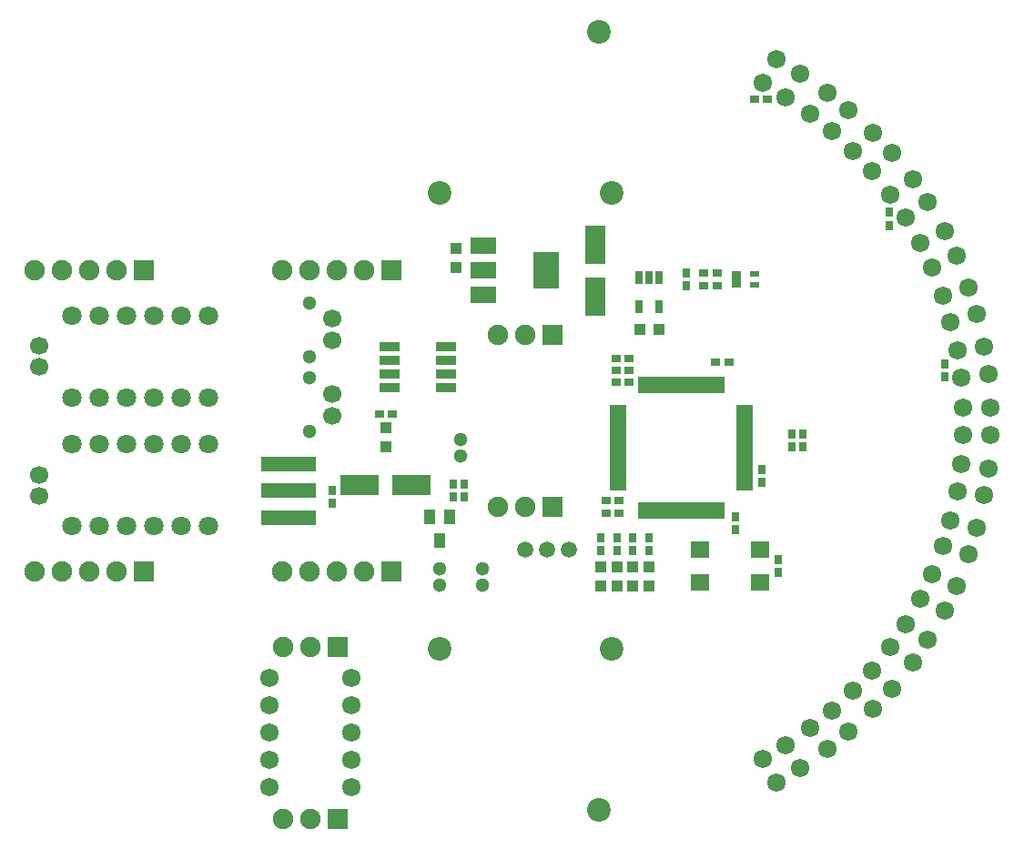
<source format=gts>
G04 #@! TF.FileFunction,Soldermask,Top*
%FSLAX46Y46*%
G04 Gerber Fmt 4.6, Leading zero omitted, Abs format (unit mm)*
G04 Created by KiCad (PCBNEW 4.0.1-stable) date 2018/06/25 22:31:08*
%MOMM*%
G01*
G04 APERTURE LIST*
%ADD10C,0.100000*%
%ADD11C,1.700000*%
%ADD12C,1.300000*%
%ADD13R,3.600000X1.900000*%
%ADD14R,1.980000X0.920000*%
%ADD15R,0.700000X0.900000*%
%ADD16R,0.900000X0.700000*%
%ADD17R,1.000000X1.100000*%
%ADD18R,1.900000X3.600000*%
%ADD19R,1.100000X1.000000*%
%ADD20R,0.700000X1.300000*%
%ADD21R,1.800000X1.600000*%
%ADD22R,5.200000X1.400000*%
%ADD23R,0.900000X0.500000*%
%ADD24R,1.600000X0.500000*%
%ADD25R,0.500000X1.600000*%
%ADD26R,2.350000X3.450000*%
%ADD27R,2.350000X1.500000*%
%ADD28C,1.724000*%
%ADD29R,1.000000X1.400000*%
%ADD30R,1.900000X1.900000*%
%ADD31O,1.900000X1.900000*%
%ADD32C,1.800000*%
%ADD33C,1.500000*%
%ADD34C,2.200000*%
G04 APERTURE END LIST*
D10*
D11*
X68000000Y-81500000D03*
X68000000Y-79500000D03*
D12*
X65900000Y-83000000D03*
X65900000Y-78000000D03*
D13*
X75400000Y-95000000D03*
X70600000Y-95000000D03*
D14*
X73400000Y-82095000D03*
X73400000Y-83365000D03*
X73400000Y-84635000D03*
X73400000Y-85905000D03*
X78600000Y-85905000D03*
X78600000Y-84635000D03*
X78600000Y-83365000D03*
X78600000Y-82095000D03*
D15*
X111800000Y-90200000D03*
X111800000Y-91400000D03*
X110800000Y-90200000D03*
X110800000Y-91400000D03*
X108000000Y-93500000D03*
X108000000Y-94700000D03*
D16*
X103700000Y-83500000D03*
X104900000Y-83500000D03*
D15*
X105500000Y-97900000D03*
X105500000Y-99100000D03*
X101000000Y-76400000D03*
X101000000Y-75200000D03*
D17*
X79500000Y-72950000D03*
X79500000Y-74750000D03*
D16*
X94400000Y-84300000D03*
X95600000Y-84300000D03*
D18*
X92500000Y-77400000D03*
X92500000Y-72600000D03*
D16*
X95600000Y-85400000D03*
X94400000Y-85400000D03*
X93500000Y-97600000D03*
X94700000Y-97600000D03*
X94700000Y-96400000D03*
X93500000Y-96400000D03*
D19*
X98400000Y-80500000D03*
X96600000Y-80500000D03*
D15*
X68000000Y-95500000D03*
X68000000Y-96700000D03*
D16*
X102600000Y-76400000D03*
X103800000Y-76400000D03*
D15*
X109500000Y-101900000D03*
X109500000Y-103100000D03*
D16*
X103800000Y-75200000D03*
X102600000Y-75200000D03*
X73600000Y-88400000D03*
X72400000Y-88400000D03*
X94400000Y-83200000D03*
X95600000Y-83200000D03*
D15*
X94500000Y-99900000D03*
X94500000Y-101100000D03*
X96000000Y-99900000D03*
X96000000Y-101100000D03*
X97500000Y-99900000D03*
X97500000Y-101100000D03*
X119800000Y-70800000D03*
X119800000Y-69600000D03*
X125000000Y-84900000D03*
X125000000Y-83700000D03*
D16*
X108500000Y-59100000D03*
X107300000Y-59100000D03*
D20*
X98450000Y-75650000D03*
X97500000Y-75650000D03*
X96550000Y-75650000D03*
X96550000Y-78350000D03*
X98450000Y-78350000D03*
D21*
X102200000Y-101000000D03*
X102200000Y-104000000D03*
X107800000Y-101000000D03*
X107800000Y-104000000D03*
D22*
X64000000Y-93000000D03*
X64000000Y-95500000D03*
X64000000Y-98000000D03*
D23*
X105650000Y-75300000D03*
X105650000Y-75800000D03*
X105650000Y-76300000D03*
X107350000Y-76300000D03*
X107350000Y-75300000D03*
D24*
X106350000Y-95250000D03*
X106350000Y-94750000D03*
X106350000Y-94250000D03*
X106350000Y-93750000D03*
X106350000Y-93250000D03*
X106350000Y-92750000D03*
X106350000Y-92250000D03*
X106350000Y-91750000D03*
X106350000Y-91250000D03*
X106350000Y-90750000D03*
X106350000Y-90250000D03*
X106350000Y-89750000D03*
X106350000Y-89250000D03*
X106350000Y-88750000D03*
X106350000Y-88250000D03*
X106350000Y-87750000D03*
D25*
X104250000Y-85650000D03*
X103750000Y-85650000D03*
X103250000Y-85650000D03*
X102750000Y-85650000D03*
X102250000Y-85650000D03*
X101750000Y-85650000D03*
X101250000Y-85650000D03*
X100750000Y-85650000D03*
X100250000Y-85650000D03*
X99750000Y-85650000D03*
X99250000Y-85650000D03*
X98750000Y-85650000D03*
X98250000Y-85650000D03*
X97750000Y-85650000D03*
X97250000Y-85650000D03*
X96750000Y-85650000D03*
D24*
X94650000Y-87750000D03*
X94650000Y-88250000D03*
X94650000Y-88750000D03*
X94650000Y-89250000D03*
X94650000Y-89750000D03*
X94650000Y-90250000D03*
X94650000Y-90750000D03*
X94650000Y-91250000D03*
X94650000Y-91750000D03*
X94650000Y-92250000D03*
X94650000Y-92750000D03*
X94650000Y-93250000D03*
X94650000Y-93750000D03*
X94650000Y-94250000D03*
X94650000Y-94750000D03*
X94650000Y-95250000D03*
D25*
X96750000Y-97350000D03*
X97250000Y-97350000D03*
X97750000Y-97350000D03*
X98250000Y-97350000D03*
X98750000Y-97350000D03*
X99250000Y-97350000D03*
X99750000Y-97350000D03*
X100250000Y-97350000D03*
X100750000Y-97350000D03*
X101250000Y-97350000D03*
X101750000Y-97350000D03*
X102250000Y-97350000D03*
X102750000Y-97350000D03*
X103250000Y-97350000D03*
X103750000Y-97350000D03*
X104250000Y-97350000D03*
D26*
X87900000Y-75000000D03*
D27*
X82100000Y-75000000D03*
X82100000Y-77300000D03*
X82100000Y-72700000D03*
D28*
X120073203Y-64081505D03*
X118357204Y-62208820D03*
X118200518Y-65797504D03*
X116484519Y-63924819D03*
X116070666Y-60057861D03*
X114096716Y-58459387D03*
X114472192Y-62031811D03*
X112498242Y-60433337D03*
X111517362Y-56670026D03*
X109328824Y-55380878D03*
X110228214Y-58858564D03*
X108039676Y-57569416D03*
X127968695Y-79025442D03*
X127226071Y-76596428D03*
X125539681Y-79768066D03*
X124797057Y-77339052D03*
X126088288Y-73670623D03*
X124994790Y-71378057D03*
X123795722Y-74764121D03*
X122702224Y-72471555D03*
X123437043Y-68652566D03*
X122016693Y-66546810D03*
X121331287Y-70072916D03*
X119910937Y-67967160D03*
X128661519Y-95912716D03*
X129036955Y-93400616D03*
X126149419Y-95537280D03*
X126524855Y-93025180D03*
X129269600Y-90270000D03*
X129269600Y-87730000D03*
X126729600Y-90270000D03*
X126729600Y-87730000D03*
X129036955Y-84599384D03*
X128661519Y-82087284D03*
X126524855Y-84974820D03*
X126149419Y-82462720D03*
X122016693Y-111453370D03*
X123437043Y-109347614D03*
X119910937Y-110033020D03*
X121331287Y-107927264D03*
X124994790Y-106621943D03*
X126088288Y-104329377D03*
X122702224Y-105528445D03*
X123795722Y-103235879D03*
X127226071Y-101403572D03*
X127968695Y-98974558D03*
X124797057Y-100660948D03*
X125539681Y-98231934D03*
X109328824Y-122619122D03*
X111517362Y-121329974D03*
X108039676Y-120430584D03*
X110228214Y-119141436D03*
X114096716Y-119540613D03*
X116070666Y-117942139D03*
X112498242Y-117566663D03*
X114472192Y-115968189D03*
X118357204Y-115791180D03*
X120073203Y-113918495D03*
X116484519Y-114075181D03*
X118200518Y-112202496D03*
D29*
X78950000Y-97900000D03*
X77050000Y-97900000D03*
X78000000Y-100100000D03*
D15*
X80300000Y-94900000D03*
X80300000Y-96100000D03*
X79300000Y-96100000D03*
X79300000Y-94900000D03*
D30*
X73500000Y-75000000D03*
D31*
X70960000Y-75000000D03*
X68420000Y-75000000D03*
X65880000Y-75000000D03*
X63340000Y-75000000D03*
D30*
X50500000Y-75000000D03*
D31*
X47960000Y-75000000D03*
X45420000Y-75000000D03*
X42880000Y-75000000D03*
X40340000Y-75000000D03*
D30*
X50500000Y-103000000D03*
D31*
X47960000Y-103000000D03*
X45420000Y-103000000D03*
X42880000Y-103000000D03*
X40340000Y-103000000D03*
D30*
X73500000Y-103000000D03*
D31*
X70960000Y-103000000D03*
X68420000Y-103000000D03*
X65880000Y-103000000D03*
X63340000Y-103000000D03*
D32*
X43850000Y-98810000D03*
X46390000Y-98810000D03*
X48930000Y-98810000D03*
X51470000Y-98810000D03*
X54010000Y-98810000D03*
X56550000Y-98810000D03*
X56550000Y-91190000D03*
X54010000Y-91190000D03*
X51470000Y-91190000D03*
X48930000Y-91190000D03*
X46390000Y-91190000D03*
X43850000Y-91190000D03*
X43850000Y-86810000D03*
X46390000Y-86810000D03*
X48930000Y-86810000D03*
X51470000Y-86810000D03*
X54010000Y-86810000D03*
X56550000Y-86810000D03*
X56550000Y-79190000D03*
X54010000Y-79190000D03*
X51470000Y-79190000D03*
X48930000Y-79190000D03*
X46390000Y-79190000D03*
X43850000Y-79190000D03*
D28*
X69810000Y-118000000D03*
X69810000Y-120540000D03*
X69810000Y-123080000D03*
X69810000Y-115460000D03*
X69810000Y-112920000D03*
X62190000Y-112920000D03*
X62190000Y-115460000D03*
X62190000Y-118000000D03*
X62190000Y-120540000D03*
X62190000Y-123080000D03*
D12*
X78000000Y-104250000D03*
X78000000Y-102750000D03*
X82000000Y-104250000D03*
X82000000Y-102750000D03*
D11*
X68000000Y-88500000D03*
X68000000Y-86500000D03*
D12*
X65900000Y-90000000D03*
X65900000Y-85000000D03*
D30*
X88539600Y-81000000D03*
D31*
X85999600Y-81000000D03*
X83459600Y-81000000D03*
D30*
X68540000Y-110000000D03*
D31*
X66000000Y-110000000D03*
X63460000Y-110000000D03*
D30*
X68540000Y-126000000D03*
D31*
X66000000Y-126000000D03*
X63460000Y-126000000D03*
D30*
X88539600Y-97000000D03*
D31*
X85999600Y-97000000D03*
X83459600Y-97000000D03*
D11*
X40800000Y-84000000D03*
X40800000Y-82000000D03*
X40800000Y-96000000D03*
X40800000Y-94000000D03*
D33*
X90000000Y-101000000D03*
X88000000Y-101000000D03*
X86000000Y-101000000D03*
D17*
X93000000Y-102600000D03*
X93000000Y-104400000D03*
X94500000Y-102600000D03*
X94500000Y-104400000D03*
X96000000Y-102600000D03*
X96000000Y-104400000D03*
X97500000Y-102600000D03*
X97500000Y-104400000D03*
D15*
X93000000Y-99900000D03*
X93000000Y-101100000D03*
D12*
X80000000Y-92250000D03*
X80000000Y-90750000D03*
D17*
X73000000Y-89600000D03*
X73000000Y-91400000D03*
D34*
X93999200Y-67800000D03*
X78000000Y-67800000D03*
X92799200Y-125200000D03*
X93999200Y-110200000D03*
X78000000Y-110200000D03*
X92799200Y-52800000D03*
M02*

</source>
